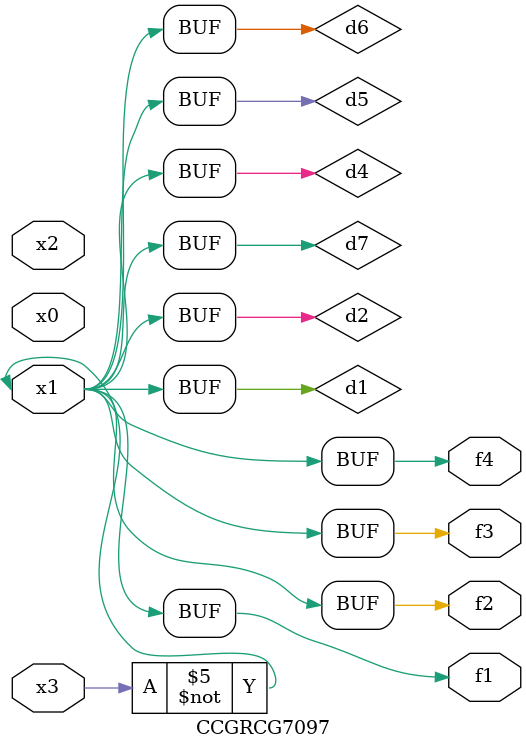
<source format=v>
module CCGRCG7097(
	input x0, x1, x2, x3,
	output f1, f2, f3, f4
);

	wire d1, d2, d3, d4, d5, d6, d7;

	not (d1, x3);
	buf (d2, x1);
	xnor (d3, d1, d2);
	nor (d4, d1);
	buf (d5, d1, d2);
	buf (d6, d4, d5);
	nand (d7, d4);
	assign f1 = d6;
	assign f2 = d7;
	assign f3 = d6;
	assign f4 = d6;
endmodule

</source>
